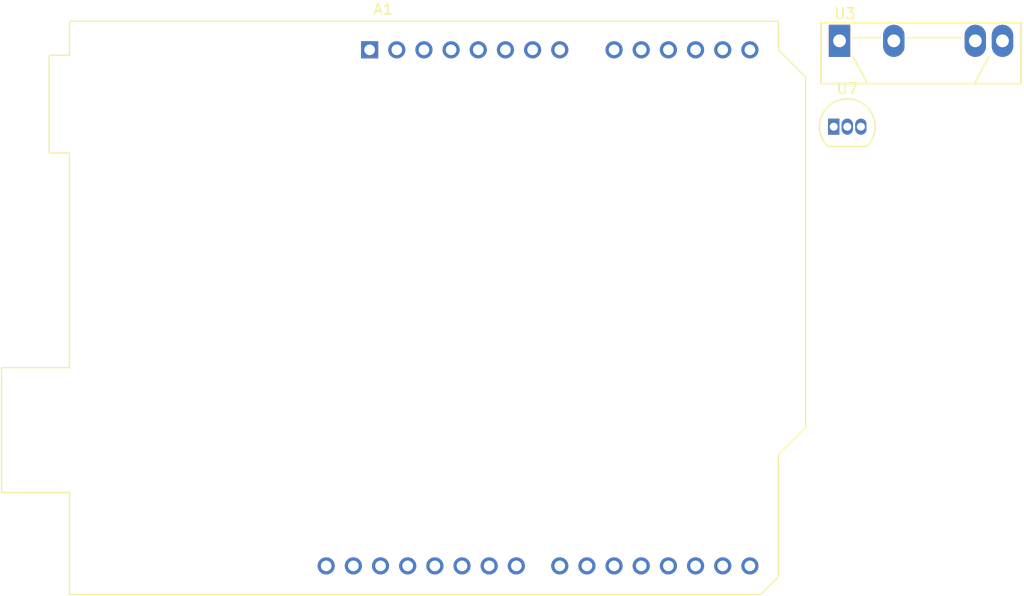
<source format=kicad_pcb>
(kicad_pcb (version 20171130) (host pcbnew 5.1.9)

  (general
    (thickness 1.6)
    (drawings 0)
    (tracks 0)
    (zones 0)
    (modules 3)
    (nets 33)
  )

  (page A4)
  (layers
    (0 F.Cu signal)
    (31 B.Cu signal)
    (32 B.Adhes user)
    (33 F.Adhes user)
    (34 B.Paste user)
    (35 F.Paste user)
    (36 B.SilkS user)
    (37 F.SilkS user)
    (38 B.Mask user)
    (39 F.Mask user)
    (40 Dwgs.User user)
    (41 Cmts.User user)
    (42 Eco1.User user)
    (43 Eco2.User user)
    (44 Edge.Cuts user)
    (45 Margin user)
    (46 B.CrtYd user)
    (47 F.CrtYd user)
    (48 B.Fab user)
    (49 F.Fab user)
  )

  (setup
    (last_trace_width 0.25)
    (trace_clearance 0.2)
    (zone_clearance 0.508)
    (zone_45_only no)
    (trace_min 0.2)
    (via_size 0.8)
    (via_drill 0.4)
    (via_min_size 0.4)
    (via_min_drill 0.3)
    (uvia_size 0.3)
    (uvia_drill 0.1)
    (uvias_allowed no)
    (uvia_min_size 0.2)
    (uvia_min_drill 0.1)
    (edge_width 0.05)
    (segment_width 0.2)
    (pcb_text_width 0.3)
    (pcb_text_size 1.5 1.5)
    (mod_edge_width 0.12)
    (mod_text_size 1 1)
    (mod_text_width 0.15)
    (pad_size 1.524 1.524)
    (pad_drill 0.762)
    (pad_to_mask_clearance 0)
    (aux_axis_origin 0 0)
    (visible_elements FFFFFF7F)
    (pcbplotparams
      (layerselection 0x010fc_ffffffff)
      (usegerberextensions false)
      (usegerberattributes true)
      (usegerberadvancedattributes true)
      (creategerberjobfile true)
      (excludeedgelayer true)
      (linewidth 0.100000)
      (plotframeref false)
      (viasonmask false)
      (mode 1)
      (useauxorigin false)
      (hpglpennumber 1)
      (hpglpenspeed 20)
      (hpglpendiameter 15.000000)
      (psnegative false)
      (psa4output false)
      (plotreference true)
      (plotvalue true)
      (plotinvisibletext false)
      (padsonsilk false)
      (subtractmaskfromsilk false)
      (outputformat 1)
      (mirror false)
      (drillshape 1)
      (scaleselection 1)
      (outputdirectory ""))
  )

  (net 0 "")
  (net 1 "Net-(A1-Pad16)")
  (net 2 "Net-(A1-Pad15)")
  (net 3 "Net-(A1-Pad14)")
  (net 4 "Net-(A1-Pad13)")
  (net 5 "Net-(A1-Pad28)")
  (net 6 "Net-(A1-Pad12)")
  (net 7 "Net-(A1-Pad27)")
  (net 8 "Net-(A1-Pad11)")
  (net 9 "Net-(A1-Pad26)")
  (net 10 "Net-(A1-Pad10)")
  (net 11 "Net-(A1-Pad25)")
  (net 12 "Net-(A1-Pad9)")
  (net 13 "Net-(A1-Pad24)")
  (net 14 +12V)
  (net 15 "Net-(A1-Pad23)")
  (net 16 "Net-(A1-Pad7)")
  (net 17 "Net-(A1-Pad22)")
  (net 18 GND)
  (net 19 "Net-(A1-Pad21)")
  (net 20 "Net-(A1-Pad5)")
  (net 21 /D5)
  (net 22 "Net-(A1-Pad4)")
  (net 23 /D4)
  (net 24 "Net-(A1-Pad3)")
  (net 25 "Net-(A1-Pad18)")
  (net 26 "Net-(A1-Pad2)")
  (net 27 "Net-(A1-Pad17)")
  (net 28 "Net-(A1-Pad1)")
  (net 29 "Net-(A1-Pad30)")
  (net 30 "Net-(A1-Pad29)")
  (net 31 /~)
  (net 32 "Net-(R1-Pad2)")

  (net_class Default "This is the default net class."
    (clearance 0.2)
    (trace_width 0.25)
    (via_dia 0.8)
    (via_drill 0.4)
    (uvia_dia 0.3)
    (uvia_drill 0.1)
    (add_net +12V)
    (add_net /D4)
    (add_net /D5)
    (add_net /~)
    (add_net GND)
    (add_net "Net-(A1-Pad1)")
    (add_net "Net-(A1-Pad10)")
    (add_net "Net-(A1-Pad11)")
    (add_net "Net-(A1-Pad12)")
    (add_net "Net-(A1-Pad13)")
    (add_net "Net-(A1-Pad14)")
    (add_net "Net-(A1-Pad15)")
    (add_net "Net-(A1-Pad16)")
    (add_net "Net-(A1-Pad17)")
    (add_net "Net-(A1-Pad18)")
    (add_net "Net-(A1-Pad2)")
    (add_net "Net-(A1-Pad21)")
    (add_net "Net-(A1-Pad22)")
    (add_net "Net-(A1-Pad23)")
    (add_net "Net-(A1-Pad24)")
    (add_net "Net-(A1-Pad25)")
    (add_net "Net-(A1-Pad26)")
    (add_net "Net-(A1-Pad27)")
    (add_net "Net-(A1-Pad28)")
    (add_net "Net-(A1-Pad29)")
    (add_net "Net-(A1-Pad3)")
    (add_net "Net-(A1-Pad30)")
    (add_net "Net-(A1-Pad4)")
    (add_net "Net-(A1-Pad5)")
    (add_net "Net-(A1-Pad7)")
    (add_net "Net-(A1-Pad9)")
    (add_net "Net-(R1-Pad2)")
  )

  (module Package_TO_SOT_THT:TO-92_Inline (layer F.Cu) (tedit 5A1DD157) (tstamp 603A947C)
    (at 164.05 46.56)
    (descr "TO-92 leads in-line, narrow, oval pads, drill 0.75mm (see NXP sot054_po.pdf)")
    (tags "to-92 sc-43 sc-43a sot54 PA33 transistor")
    (path /60009F94)
    (fp_text reference U7 (at 1.27 -3.56) (layer F.SilkS)
      (effects (font (size 1 1) (thickness 0.15)))
    )
    (fp_text value DS18B20 (at 1.27 2.79) (layer F.Fab)
      (effects (font (size 1 1) (thickness 0.15)))
    )
    (fp_arc (start 1.27 0) (end 1.27 -2.6) (angle 135) (layer F.SilkS) (width 0.12))
    (fp_arc (start 1.27 0) (end 1.27 -2.48) (angle -135) (layer F.Fab) (width 0.1))
    (fp_arc (start 1.27 0) (end 1.27 -2.6) (angle -135) (layer F.SilkS) (width 0.12))
    (fp_arc (start 1.27 0) (end 1.27 -2.48) (angle 135) (layer F.Fab) (width 0.1))
    (fp_text user %R (at 1.27 0) (layer F.Fab)
      (effects (font (size 1 1) (thickness 0.15)))
    )
    (fp_line (start -0.53 1.85) (end 3.07 1.85) (layer F.SilkS) (width 0.12))
    (fp_line (start -0.5 1.75) (end 3 1.75) (layer F.Fab) (width 0.1))
    (fp_line (start -1.46 -2.73) (end 4 -2.73) (layer F.CrtYd) (width 0.05))
    (fp_line (start -1.46 -2.73) (end -1.46 2.01) (layer F.CrtYd) (width 0.05))
    (fp_line (start 4 2.01) (end 4 -2.73) (layer F.CrtYd) (width 0.05))
    (fp_line (start 4 2.01) (end -1.46 2.01) (layer F.CrtYd) (width 0.05))
    (pad 1 thru_hole rect (at 0 0) (size 1.05 1.5) (drill 0.75) (layers *.Cu *.Mask)
      (net 18 GND))
    (pad 3 thru_hole oval (at 2.54 0) (size 1.05 1.5) (drill 0.75) (layers *.Cu *.Mask)
      (net 20 "Net-(A1-Pad5)"))
    (pad 2 thru_hole oval (at 1.27 0) (size 1.05 1.5) (drill 0.75) (layers *.Cu *.Mask)
      (net 27 "Net-(A1-Pad17)"))
    (model ${KISYS3DMOD}/Package_TO_SOT_THT.3dshapes/TO-92_Inline.wrl
      (at (xyz 0 0 0))
      (scale (xyz 1 1 1))
      (rotate (xyz 0 0 0))
    )
  )

  (module Package_SIP:SIP4_Sharp-SSR_P7.62mm_Straight (layer F.Cu) (tedit 5A0CB273) (tstamp 603A946A)
    (at 164.59 38.53)
    (descr "SIP4 Footprint for SSR made by Sharp")
    (tags "Solid State relais SSR Sharp")
    (path /6006F5D9)
    (fp_text reference U3 (at 0.508 -2.54) (layer F.SilkS)
      (effects (font (size 1 1) (thickness 0.15)))
    )
    (fp_text value "SSR-40 DA" (at 7.62 5) (layer F.Fab)
      (effects (font (size 1 1) (thickness 0.15)))
    )
    (fp_text user %R (at 7.62 0) (layer F.Fab)
      (effects (font (size 1 1) (thickness 0.15)))
    )
    (fp_line (start 1.27 -0.3) (end 3.81 -0.3) (layer F.SilkS) (width 0.15))
    (fp_line (start 6.35 -0.3) (end 11.43 -0.3) (layer F.SilkS) (width 0.15))
    (fp_line (start 17.25 -1.95) (end 17.25 4.25) (layer F.CrtYd) (width 0.05))
    (fp_line (start 17.25 4.25) (end -2 4.25) (layer F.CrtYd) (width 0.05))
    (fp_line (start -2 4.25) (end -2 -1.95) (layer F.CrtYd) (width 0.05))
    (fp_line (start -2 -1.95) (end 17.25 -1.95) (layer F.CrtYd) (width 0.05))
    (fp_line (start 2.62 4) (end 1.28 1.5) (layer F.SilkS) (width 0.15))
    (fp_line (start 12.62 4) (end 13.96 1.5) (layer F.SilkS) (width 0.15))
    (fp_line (start -1.73 -1.7) (end 16.97 -1.7) (layer F.SilkS) (width 0.15))
    (fp_line (start 16.97 -1.7) (end 16.97 4) (layer F.SilkS) (width 0.15))
    (fp_line (start 16.97 4) (end -1.73 4) (layer F.SilkS) (width 0.15))
    (fp_line (start -1.73 4) (end -1.73 -1.7) (layer F.SilkS) (width 0.15))
    (fp_line (start -1.6 3.9) (end 16.8 3.9) (layer F.Fab) (width 0.1))
    (fp_line (start 16.8 3.9) (end 16.8 -1.6) (layer F.Fab) (width 0.1))
    (fp_line (start 16.8 -1.6) (end -0.6 -1.6) (layer F.Fab) (width 0.1))
    (fp_line (start -0.6 -1.6) (end -1.6 -0.6) (layer F.Fab) (width 0.1))
    (fp_line (start -1.6 -0.6) (end -1.6 3.9) (layer F.Fab) (width 0.1))
    (pad 4 thru_hole oval (at 15.24 0) (size 2 3) (drill 1.2) (layers *.Cu *.Mask)
      (net 18 GND))
    (pad 3 thru_hole oval (at 12.7 0) (size 2 3) (drill 1.2) (layers *.Cu *.Mask)
      (net 17 "Net-(A1-Pad22)"))
    (pad 2 thru_hole oval (at 5.08 0) (size 2 3) (drill 1.2) (layers *.Cu *.Mask)
      (net 31 /~))
    (pad 1 thru_hole rect (at 0 0) (size 2 3) (drill 1.2) (layers *.Cu *.Mask)
      (net 32 "Net-(R1-Pad2)"))
    (model ${KISYS3DMOD}/Package_SIP.3dshapes/SIP4_Sharp-SSR_P7.62mm_Straight.wrl
      (at (xyz 0 0 0))
      (scale (xyz 1 1 1))
      (rotate (xyz 0 0 0))
    )
  )

  (module Module:Arduino_UNO_R2 (layer F.Cu) (tedit 58AB6071) (tstamp 603A9450)
    (at 120.65 39.37)
    (descr "Arduino UNO R2, http://www.mouser.com/pdfdocs/Gravitech_Arduino_Nano3_0.pdf")
    (tags "Arduino UNO R2")
    (path /60008B04)
    (fp_text reference A1 (at 1.27 -3.81 180) (layer F.SilkS)
      (effects (font (size 1 1) (thickness 0.15)))
    )
    (fp_text value Arduino_UNO_R3 (at 0 21.59) (layer F.Fab)
      (effects (font (size 1 1) (thickness 0.15)))
    )
    (fp_text user %R (at 0 19.05 180) (layer F.Fab)
      (effects (font (size 1 1) (thickness 0.15)))
    )
    (fp_line (start 38.35 -2.79) (end 38.35 0) (layer F.CrtYd) (width 0.05))
    (fp_line (start 38.35 0) (end 40.89 2.54) (layer F.CrtYd) (width 0.05))
    (fp_line (start 40.89 2.54) (end 40.89 35.31) (layer F.CrtYd) (width 0.05))
    (fp_line (start 40.89 35.31) (end 38.35 37.85) (layer F.CrtYd) (width 0.05))
    (fp_line (start 38.35 37.85) (end 38.35 49.28) (layer F.CrtYd) (width 0.05))
    (fp_line (start 38.35 49.28) (end 36.58 51.05) (layer F.CrtYd) (width 0.05))
    (fp_line (start 36.58 51.05) (end -28.19 51.05) (layer F.CrtYd) (width 0.05))
    (fp_line (start -28.19 51.05) (end -28.19 41.53) (layer F.CrtYd) (width 0.05))
    (fp_line (start -28.19 41.53) (end -34.54 41.53) (layer F.CrtYd) (width 0.05))
    (fp_line (start -34.54 41.53) (end -34.54 29.59) (layer F.CrtYd) (width 0.05))
    (fp_line (start -34.54 29.59) (end -28.19 29.59) (layer F.CrtYd) (width 0.05))
    (fp_line (start -28.19 29.59) (end -28.19 9.78) (layer F.CrtYd) (width 0.05))
    (fp_line (start -28.19 9.78) (end -30.1 9.78) (layer F.CrtYd) (width 0.05))
    (fp_line (start -30.1 9.78) (end -30.1 0.38) (layer F.CrtYd) (width 0.05))
    (fp_line (start -30.1 0.38) (end -28.19 0.38) (layer F.CrtYd) (width 0.05))
    (fp_line (start -28.19 0.38) (end -28.19 -2.79) (layer F.CrtYd) (width 0.05))
    (fp_line (start -28.19 -2.79) (end 38.35 -2.79) (layer F.CrtYd) (width 0.05))
    (fp_line (start 40.77 35.31) (end 40.77 2.54) (layer F.SilkS) (width 0.12))
    (fp_line (start 40.77 2.54) (end 38.23 0) (layer F.SilkS) (width 0.12))
    (fp_line (start 38.23 0) (end 38.23 -2.67) (layer F.SilkS) (width 0.12))
    (fp_line (start 38.23 -2.67) (end -28.07 -2.67) (layer F.SilkS) (width 0.12))
    (fp_line (start -28.07 -2.67) (end -28.07 0.51) (layer F.SilkS) (width 0.12))
    (fp_line (start -28.07 0.51) (end -29.97 0.51) (layer F.SilkS) (width 0.12))
    (fp_line (start -29.97 0.51) (end -29.97 9.65) (layer F.SilkS) (width 0.12))
    (fp_line (start -29.97 9.65) (end -28.07 9.65) (layer F.SilkS) (width 0.12))
    (fp_line (start -28.07 9.65) (end -28.07 29.72) (layer F.SilkS) (width 0.12))
    (fp_line (start -28.07 29.72) (end -34.42 29.72) (layer F.SilkS) (width 0.12))
    (fp_line (start -34.42 29.72) (end -34.42 41.4) (layer F.SilkS) (width 0.12))
    (fp_line (start -34.42 41.4) (end -28.07 41.4) (layer F.SilkS) (width 0.12))
    (fp_line (start -28.07 41.4) (end -28.07 50.93) (layer F.SilkS) (width 0.12))
    (fp_line (start -28.07 50.93) (end 36.58 50.93) (layer F.SilkS) (width 0.12))
    (fp_line (start 36.58 50.93) (end 38.23 49.28) (layer F.SilkS) (width 0.12))
    (fp_line (start 38.23 49.28) (end 38.23 37.85) (layer F.SilkS) (width 0.12))
    (fp_line (start 38.23 37.85) (end 40.77 35.31) (layer F.SilkS) (width 0.12))
    (fp_line (start -34.29 29.84) (end -18.41 29.84) (layer F.Fab) (width 0.1))
    (fp_line (start -18.41 29.84) (end -18.41 41.27) (layer F.Fab) (width 0.1))
    (fp_line (start -18.41 41.27) (end -34.29 41.27) (layer F.Fab) (width 0.1))
    (fp_line (start -34.29 41.27) (end -34.29 29.84) (layer F.Fab) (width 0.1))
    (fp_line (start -29.84 0.64) (end -16.51 0.64) (layer F.Fab) (width 0.1))
    (fp_line (start -16.51 0.64) (end -16.51 9.53) (layer F.Fab) (width 0.1))
    (fp_line (start -16.51 9.53) (end -29.84 9.53) (layer F.Fab) (width 0.1))
    (fp_line (start -29.84 9.53) (end -29.84 0.64) (layer F.Fab) (width 0.1))
    (fp_line (start 38.1 37.85) (end 38.1 49.28) (layer F.Fab) (width 0.1))
    (fp_line (start 40.64 2.54) (end 40.64 35.31) (layer F.Fab) (width 0.1))
    (fp_line (start 40.64 35.31) (end 38.1 37.85) (layer F.Fab) (width 0.1))
    (fp_line (start 38.1 -2.54) (end 38.1 0) (layer F.Fab) (width 0.1))
    (fp_line (start 38.1 0) (end 40.64 2.54) (layer F.Fab) (width 0.1))
    (fp_line (start 38.1 49.28) (end 36.58 50.8) (layer F.Fab) (width 0.1))
    (fp_line (start 36.58 50.8) (end -27.94 50.8) (layer F.Fab) (width 0.1))
    (fp_line (start -27.94 50.8) (end -27.94 -2.54) (layer F.Fab) (width 0.1))
    (fp_line (start -27.94 -2.54) (end 38.1 -2.54) (layer F.Fab) (width 0.1))
    (pad 16 thru_hole oval (at 33.02 48.26 90) (size 1.6 1.6) (drill 1) (layers *.Cu *.Mask)
      (net 1 "Net-(A1-Pad16)"))
    (pad 15 thru_hole oval (at 35.56 48.26 90) (size 1.6 1.6) (drill 1) (layers *.Cu *.Mask)
      (net 2 "Net-(A1-Pad15)"))
    (pad 14 thru_hole oval (at 35.56 0 90) (size 1.6 1.6) (drill 1) (layers *.Cu *.Mask)
      (net 3 "Net-(A1-Pad14)"))
    (pad 13 thru_hole oval (at 33.02 0 90) (size 1.6 1.6) (drill 1) (layers *.Cu *.Mask)
      (net 4 "Net-(A1-Pad13)"))
    (pad 28 thru_hole oval (at 1.02 48.26 90) (size 1.6 1.6) (drill 1) (layers *.Cu *.Mask)
      (net 5 "Net-(A1-Pad28)"))
    (pad 12 thru_hole oval (at 30.48 0 90) (size 1.6 1.6) (drill 1) (layers *.Cu *.Mask)
      (net 6 "Net-(A1-Pad12)"))
    (pad 27 thru_hole oval (at 3.56 48.26 90) (size 1.6 1.6) (drill 1) (layers *.Cu *.Mask)
      (net 7 "Net-(A1-Pad27)"))
    (pad 11 thru_hole oval (at 27.94 0 90) (size 1.6 1.6) (drill 1) (layers *.Cu *.Mask)
      (net 8 "Net-(A1-Pad11)"))
    (pad 26 thru_hole oval (at 6.1 48.26 90) (size 1.6 1.6) (drill 1) (layers *.Cu *.Mask)
      (net 9 "Net-(A1-Pad26)"))
    (pad 10 thru_hole oval (at 25.4 0 90) (size 1.6 1.6) (drill 1) (layers *.Cu *.Mask)
      (net 10 "Net-(A1-Pad10)"))
    (pad 25 thru_hole oval (at 8.64 48.26 90) (size 1.6 1.6) (drill 1) (layers *.Cu *.Mask)
      (net 11 "Net-(A1-Pad25)"))
    (pad 9 thru_hole oval (at 22.86 0 90) (size 1.6 1.6) (drill 1) (layers *.Cu *.Mask)
      (net 12 "Net-(A1-Pad9)"))
    (pad 24 thru_hole oval (at 11.18 48.26 90) (size 1.6 1.6) (drill 1) (layers *.Cu *.Mask)
      (net 13 "Net-(A1-Pad24)"))
    (pad 8 thru_hole oval (at 17.78 0 90) (size 1.6 1.6) (drill 1) (layers *.Cu *.Mask)
      (net 14 +12V))
    (pad 23 thru_hole oval (at 13.72 48.26 90) (size 1.6 1.6) (drill 1) (layers *.Cu *.Mask)
      (net 15 "Net-(A1-Pad23)"))
    (pad 7 thru_hole oval (at 15.24 0 90) (size 1.6 1.6) (drill 1) (layers *.Cu *.Mask)
      (net 16 "Net-(A1-Pad7)"))
    (pad 22 thru_hole oval (at 17.78 48.26 90) (size 1.6 1.6) (drill 1) (layers *.Cu *.Mask)
      (net 17 "Net-(A1-Pad22)"))
    (pad 6 thru_hole oval (at 12.7 0 90) (size 1.6 1.6) (drill 1) (layers *.Cu *.Mask)
      (net 18 GND))
    (pad 21 thru_hole oval (at 20.32 48.26 90) (size 1.6 1.6) (drill 1) (layers *.Cu *.Mask)
      (net 19 "Net-(A1-Pad21)"))
    (pad 5 thru_hole oval (at 10.16 0 90) (size 1.6 1.6) (drill 1) (layers *.Cu *.Mask)
      (net 20 "Net-(A1-Pad5)"))
    (pad 20 thru_hole oval (at 22.86 48.26 90) (size 1.6 1.6) (drill 1) (layers *.Cu *.Mask)
      (net 21 /D5))
    (pad 4 thru_hole oval (at 7.62 0 90) (size 1.6 1.6) (drill 1) (layers *.Cu *.Mask)
      (net 22 "Net-(A1-Pad4)"))
    (pad 19 thru_hole oval (at 25.4 48.26 90) (size 1.6 1.6) (drill 1) (layers *.Cu *.Mask)
      (net 23 /D4))
    (pad 3 thru_hole oval (at 5.08 0 90) (size 1.6 1.6) (drill 1) (layers *.Cu *.Mask)
      (net 24 "Net-(A1-Pad3)"))
    (pad 18 thru_hole oval (at 27.94 48.26 90) (size 1.6 1.6) (drill 1) (layers *.Cu *.Mask)
      (net 25 "Net-(A1-Pad18)"))
    (pad 2 thru_hole oval (at 2.54 0 90) (size 1.6 1.6) (drill 1) (layers *.Cu *.Mask)
      (net 26 "Net-(A1-Pad2)"))
    (pad 17 thru_hole oval (at 30.48 48.26 90) (size 1.6 1.6) (drill 1) (layers *.Cu *.Mask)
      (net 27 "Net-(A1-Pad17)"))
    (pad 1 thru_hole rect (at 0 0 90) (size 1.6 1.6) (drill 1) (layers *.Cu *.Mask)
      (net 28 "Net-(A1-Pad1)"))
    (pad 30 thru_hole oval (at -4.06 48.26 90) (size 1.6 1.6) (drill 1) (layers *.Cu *.Mask)
      (net 29 "Net-(A1-Pad30)"))
    (pad 29 thru_hole oval (at -1.52 48.26 90) (size 1.6 1.6) (drill 1) (layers *.Cu *.Mask)
      (net 30 "Net-(A1-Pad29)"))
    (model ${KISYS3DMOD}/Module.3dshapes/Arduino_UNO_R2.wrl
      (at (xyz 0 0 0))
      (scale (xyz 1 1 1))
      (rotate (xyz 0 0 0))
    )
  )

)

</source>
